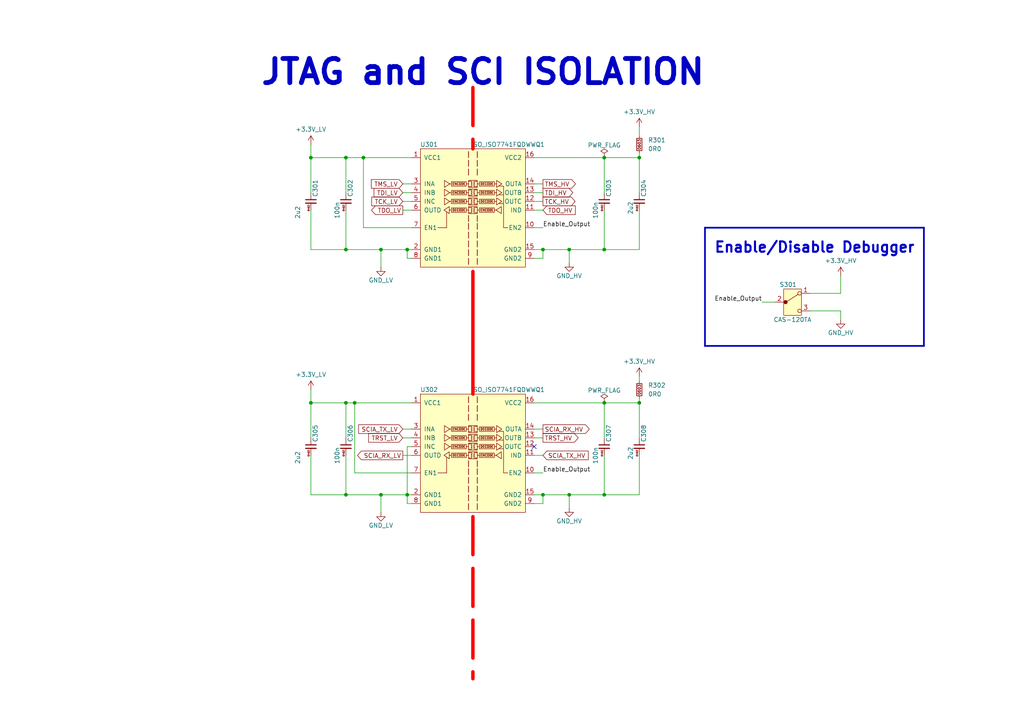
<source format=kicad_sch>
(kicad_sch (version 20231120) (generator "eeschema") (generator_version "8.0")
  (paper "A4")
  (title_block (title "LCB-CCB-01: Control Board - Debugger XDS100  / JTAG") (date "2024-12-12") (rev "1.1.0") (company "PADERBORN UNIVERSITY DEPARTMENT OF POWER ELECTRONICS AND ELECTRICAL DRIVES"))
  (lib_symbols
    (symbol "LEA_SymbolLibrary:+3.3V_HV" (power) (pin_numbers hide) (pin_names (offset 0)) (exclude_from_sim yes)
      (property "Value" "+3.3V_HV" (at 0 5.08 0))
      (symbol "+3.3V_HV_1_1"
        (polyline (pts (xy -0.762 1.27) (xy 0 2.54)))
        (polyline (pts (xy 0 0) (xy 0 2.54)))
        (polyline (pts (xy 0 2.54) (xy 0.762 1.27)))
        (pin power_in line (at 0 0 90) (length 0) hide (name "+3.3V_HV") (number "1"))
      )
    )
    (symbol "LEA_SymbolLibrary:+3.3V_LV" (power) (pin_numbers hide) (pin_names (offset 0)) (exclude_from_sim yes)
      (property "Value" "+3.3V_LV" (at 0 5.08 0))
      (symbol "+3.3V_LV_1_1"
        (polyline (pts (xy -0.762 1.27) (xy 0 2.54)))
        (polyline (pts (xy 0 0) (xy 0 2.54)))
        (polyline (pts (xy 0 2.54) (xy 0.762 1.27)))
        (pin power_in line (at 0 0 90) (length 0) hide (name "+3.3V_LV") (number "1"))
      )
    )
    (symbol "LEA_SymbolLibrary:CAS-120TA" (pin_names hide) (exclude_from_sim yes)
      (property "Reference" "S" (at 0 5.08 0))
      (symbol "CAS-120TA_1_1"
        (circle (center -2.032 0) (radius 0.508) (fill (type outline)))
        (polyline (pts (xy -1.524 0.254) (xy 1.651 2.286)))
        (circle (center 2.032 -2.54) (radius 0.508))
        (circle (center 2.032 2.54) (radius 0.508))
        (rectangle (start 2.54 -3.81) (end -2.54 3.81) (fill (type background)))
        (pin passive line (at 5.08 2.54 180) (length 2.54) (name "1") (number "1"))
        (pin passive line (at -5.08 0 0) (length 2.54) (name "2") (number "2"))
        (pin passive line (at 5.08 -2.54 180) (length 2.54) (name "3") (number "3"))
      )
    )
    (symbol "LEA_SymbolLibrary:C_0402_100n_X7R_10P__50V" (pin_numbers hide) (pin_names (offset 0.254) hide) (exclude_from_sim yes)
      (property "Reference" "C" (at 0.762 0.508 0))
      (property "Value" "100n" (at 0.762 -1.016 0))
      (symbol "C_0402_100n_X7R_10P__50V_0_0"
        (text "0402" (at -0.635 -1.905 900) (effects (font (size 0.5 0.5))))
      )
      (symbol "C_0402_100n_X7R_10P__50V_0_1"
        (polyline (pts (xy -1.524 -0.508) (xy 1.524 -0.508)) (stroke (width 0.3302)))
        (polyline (pts (xy -1.524 0.508) (xy 1.524 0.508)) (stroke (width 0.3048)))
      )
      (symbol "C_0402_100n_X7R_10P__50V_1_1"
        (pin passive line (at 0 2.54 270) (length 2.032) (name "1") (number "1"))
        (pin passive line (at 0 -2.54 90) (length 2.032) (name "2") (number "2"))
      )
    )
    (symbol "LEA_SymbolLibrary:C_0402__2u2_X5R_10P__35V" (pin_numbers hide) (pin_names (offset 0.254) hide) (exclude_from_sim yes)
      (property "Reference" "C" (at 0.762 0.508 0))
      (property "Value" "2u2" (at 0.762 -1.016 0))
      (symbol "C_0402__2u2_X5R_10P__35V_0_0"
        (text "0402" (at -0.635 -1.905 900) (effects (font (size 0.5 0.5))))
      )
      (symbol "C_0402__2u2_X5R_10P__35V_0_1"
        (polyline (pts (xy -1.524 -0.508) (xy 1.524 -0.508)) (stroke (width 0.3302)))
        (polyline (pts (xy -1.524 0.508) (xy 1.524 0.508)) (stroke (width 0.3048)))
      )
      (symbol "C_0402__2u2_X5R_10P__35V_1_1"
        (pin passive line (at 0 2.54 270) (length 2.032) (name "1") (number "1"))
        (pin passive line (at 0 -2.54 90) (length 2.032) (name "2") (number "2"))
      )
    )
    (symbol "LEA_SymbolLibrary:GND_HV" (power) (pin_numbers hide) (pin_names (offset 0)) (exclude_from_sim yes)
      (property "Value" "GND_HV" (at 0 -3.81 0))
      (symbol "GND_HV_1_1"
        (polyline (pts (xy 0 0) (xy 0 -1.27) (xy 1.27 -1.27) (xy 0 -2.54) (xy -1.27 -1.27) (xy 0 -1.27)))
        (pin power_in line (at 0 0 90) (length 0) hide (name "GND_HV") (number "1"))
      )
    )
    (symbol "LEA_SymbolLibrary:GND_LV" (power) (pin_numbers hide) (pin_names (offset 0)) (exclude_from_sim yes)
      (property "Value" "GND_LV" (at 0 -5.08 0))
      (symbol "GND_LV_1_1"
        (polyline (pts (xy 0 0) (xy 0 -1.27) (xy 1.27 -1.27) (xy 0 -2.54) (xy -1.27 -1.27) (xy 0 -1.27)))
        (pin power_in line (at 0 0 90) (length 0) hide (name "GND_LV") (number "1"))
      )
    )
    (symbol "LEA_SymbolLibrary:ISO_ISO7741FQDWWQ1" (pin_names (offset 1.016)) (exclude_from_sim yes)
      (property "Reference" "IC" (at -14.224 15.24 0))
      (property "Value" "ISO_ISO7741FQDWWQ1" (at -6.858 -21.844 0))
      (symbol "ISO_ISO7741FQDWWQ1_0_1"
        (rectangle (start -15.24 13.97) (end 15.24 -20.32) (fill (type background)))
        (rectangle (start -10.16 -8.89) (end -7.62 -8.89))
        (rectangle (start -7.62 -8.89) (end -7.62 -5.08))
        (rectangle (start -7.62 -5.08) (end -7.62 -4.318))
        (polyline (pts (xy 10.16 -8.89) (xy 8.89 -8.89) (xy 8.89 -1.905) (xy 7.62 -1.905) (xy 8.89 -1.905) (xy 8.89 0.635) (xy 7.62 0.635) (xy 8.89 0.635) (xy 8.89 3.175) (xy 7.62 3.175)))
      )
      (symbol "ISO_ISO7741FQDWWQ1_1_1"
        (rectangle (start -1.905 -3.1496) (end -6.223 -4.4196))
        (rectangle (start -1.905 -0.635) (end -6.223 -1.905))
        (rectangle (start -1.905 1.905) (end -6.223 0.635))
        (rectangle (start -1.905 4.445) (end -6.223 3.175))
        (rectangle (start -1.27 -0.254) (end 1.27 -2.286))
        (rectangle (start -1.27 2.286) (end 1.27 0.254))
        (rectangle (start -1.27 4.826) (end 1.27 2.794))
        (arc (start -0.508 -4.5466) (mid -0.2551 -4.2926) (end -0.508 -4.0386))
        (arc (start -0.508 -4.0386) (mid -0.2551 -3.7846) (end -0.508 -3.5306))
        (arc (start -0.508 -3.5306) (mid -0.2551 -3.2766) (end -0.508 -3.0226))
        (arc (start -0.508 -2.032) (mid -0.2551 -1.778) (end -0.508 -1.524))
        (arc (start -0.508 -1.524) (mid -0.2551 -1.27) (end -0.508 -1.016))
        (arc (start -0.508 -1.016) (mid -0.2551 -0.762) (end -0.508 -0.508))
        (arc (start -0.508 0.508) (mid -0.2551 0.762) (end -0.508 1.016))
        (arc (start -0.508 1.016) (mid -0.2551 1.27) (end -0.508 1.524))
        (arc (start -0.508 1.524) (mid -0.2551 1.778) (end -0.508 2.032))
        (arc (start -0.508 3.048) (mid -0.2551 3.302) (end -0.508 3.556))
        (arc (start -0.508 3.556) (mid -0.2551 3.81) (end -0.508 4.064))
        (arc (start -0.508 4.064) (mid -0.2551 4.318) (end -0.508 4.572))
        (polyline (pts (xy -6.223 -3.7846) (xy -6.858 -3.7846)))
        (polyline (pts (xy -6.223 -1.27) (xy -6.858 -1.27)))
        (polyline (pts (xy -6.223 1.27) (xy -6.858 1.27)))
        (polyline (pts (xy -6.223 3.81) (xy -6.858 3.81)))
        (polyline (pts (xy -1.905 -3.7846) (xy -1.27 -3.7846)))
        (polyline (pts (xy -1.905 -1.27) (xy -1.27 -1.27)))
        (polyline (pts (xy -1.905 1.27) (xy -1.27 1.27)))
        (polyline (pts (xy -1.905 3.81) (xy -1.27 3.81)))
        (polyline (pts (xy -1.27 -4.5466) (xy -0.508 -4.5466)))
        (polyline (pts (xy -1.27 -3.0226) (xy -0.508 -3.0226)))
        (polyline (pts (xy -1.27 -2.032) (xy -0.508 -2.032)))
        (polyline (pts (xy -1.27 -0.508) (xy -0.508 -0.508)))
        (polyline (pts (xy -1.27 0.508) (xy -0.508 0.508)))
        (polyline (pts (xy -1.27 2.032) (xy -0.508 2.032)))
        (polyline (pts (xy -1.27 3.048) (xy -0.508 3.048)))
        (polyline (pts (xy -1.27 4.572) (xy -0.508 4.572)))
        (polyline (pts (xy 0 -22.098) (xy 0 -22.098)) (stroke (width 0.4064)))
        (polyline (pts (xy 0 -18.288) (xy 0 -18.288)) (stroke (width 0.1016)))
        (polyline (pts (xy 0 -17.018) (xy 0 -17.018)) (stroke (width 0.4064)))
        (polyline (pts (xy 0 -13.208) (xy 0 -13.208)) (stroke (width 0.1016)))
        (polyline (pts (xy 0 -11.938) (xy 0 -11.938)) (stroke (width 0.4064)))
        (polyline (pts (xy 0 -8.128) (xy 0 -8.128)) (stroke (width 0.1016)))
        (polyline (pts (xy 0 -7.112) (xy 0 -7.112)) (stroke (width 0.4064)))
        (polyline (pts (xy 0 -3.302) (xy 0 -3.302)) (stroke (width 0.1016)))
        (polyline (pts (xy 0 3.81) (xy 0 3.81)) (stroke (width 0.4064)))
        (polyline (pts (xy 0 7.62) (xy 0 7.62)) (stroke (width 0.1016)))
        (polyline (pts (xy 0 8.89) (xy 0 8.89)) (stroke (width 0.4064)))
        (polyline (pts (xy 0 12.7) (xy 0 12.7)) (stroke (width 0.1016)))
        (polyline (pts (xy 1.27 -4.5466) (xy 0.508 -4.5466)))
        (polyline (pts (xy 1.27 -3.0226) (xy 0.508 -3.0226)))
        (polyline (pts (xy 1.27 -2.032) (xy 0.508 -2.032)))
        (polyline (pts (xy 1.27 -0.508) (xy 0.508 -0.508)))
        (polyline (pts (xy 1.27 0.508) (xy 0.508 0.508)))
        (polyline (pts (xy 1.27 2.032) (xy 0.508 2.032)))
        (polyline (pts (xy 1.27 3.048) (xy 0.508 3.048)))
        (polyline (pts (xy 1.27 4.572) (xy 0.508 4.572)))
        (polyline (pts (xy 1.905 -3.7846) (xy 1.27 -3.7846)))
        (polyline (pts (xy 1.905 -1.27) (xy 1.27 -1.27)))
        (polyline (pts (xy 1.905 1.27) (xy 1.27 1.27)))
        (polyline (pts (xy 1.905 3.81) (xy 1.27 3.81)))
        (polyline (pts (xy 6.223 -3.7846) (xy 6.858 -3.7846)))
        (polyline (pts (xy 6.223 -1.27) (xy 6.858 -1.27)))
        (polyline (pts (xy 6.223 1.27) (xy 6.858 1.27)))
        (polyline (pts (xy 6.223 3.81) (xy 6.858 3.81)))
        (polyline (pts (xy -1.27 -17.78) (xy -1.27 -19.304) (xy -1.27 -19.558)) (stroke (width 0.2032)))
        (polyline (pts (xy -1.27 -15.24) (xy -1.27 -16.764) (xy -1.27 -17.018)) (stroke (width 0.2032)))
        (polyline (pts (xy -1.27 -12.7) (xy -1.27 -14.224) (xy -1.27 -14.478)) (stroke (width 0.2032)))
        (polyline (pts (xy -1.27 -10.16) (xy -1.27 -11.684) (xy -1.27 -11.938)) (stroke (width 0.2032)))
        (polyline (pts (xy -1.27 -7.62) (xy -1.27 -9.144) (xy -1.27 -9.398)) (stroke (width 0.2032)))
        (polyline (pts (xy -1.27 -5.334) (xy -1.27 -6.858) (xy -1.27 -7.112)) (stroke (width 0.2032)))
        (polyline (pts (xy -1.27 8.128) (xy -1.27 6.604) (xy -1.27 6.35)) (stroke (width 0.2032)))
        (polyline (pts (xy -1.27 10.668) (xy -1.27 9.144) (xy -1.27 8.89)) (stroke (width 0.2032)))
        (polyline (pts (xy -1.27 13.208) (xy -1.27 11.684) (xy -1.27 11.43)) (stroke (width 0.2032)))
        (polyline (pts (xy 1.27 -17.78) (xy 1.27 -19.304) (xy 1.27 -19.558)) (stroke (width 0.2032)))
        (polyline (pts (xy 1.27 -15.24) (xy 1.27 -16.764) (xy 1.27 -17.018)) (stroke (width 0.2032)))
        (polyline (pts (xy 1.27 -12.7) (xy 1.27 -14.224) (xy 1.27 -14.478)) (stroke (width 0.2032)))
        (polyline (pts (xy 1.27 -10.16) (xy 1.27 -11.684) (xy 1.27 -11.938)) (stroke (width 0.2032)))
        (polyline (pts (xy 1.27 -7.62) (xy 1.27 -9.144) (xy 1.27 -9.398)) (stroke (width 0.2032)))
        (polyline (pts (xy 1.27 -5.334) (xy 1.27 -6.858) (xy 1.27 -7.112)) (stroke (width 0.2032)))
        (polyline (pts (xy 1.27 8.128) (xy 1.27 6.604) (xy 1.27 6.35)) (stroke (width 0.2032)))
        (polyline (pts (xy 1.27 10.668) (xy 1.27 9.144) (xy 1.27 8.89)) (stroke (width 0.2032)))
        (polyline (pts (xy 1.27 13.208) (xy 1.27 11.684) (xy 1.27 11.43)) (stroke (width 0.2032)))
        (polyline (pts (xy -8.382 -3.7846) (xy -6.858 -2.7686) (xy -6.858 -4.8006) (xy -8.382 -3.7846)))
        (polyline (pts (xy -6.731 -1.27) (xy -8.255 -0.254) (xy -8.255 -2.286) (xy -6.731 -1.27)))
        (polyline (pts (xy -6.731 1.27) (xy -8.255 2.286) (xy -8.255 0.254) (xy -6.731 1.27)))
        (polyline (pts (xy -6.731 3.81) (xy -8.255 4.826) (xy -8.255 2.794) (xy -6.731 3.81)))
        (polyline (pts (xy 6.731 -3.7846) (xy 8.255 -2.7686) (xy 8.255 -4.8006) (xy 6.731 -3.7846)))
        (polyline (pts (xy 8.382 -1.27) (xy 6.858 -0.254) (xy 6.858 -2.286) (xy 8.382 -1.27)))
        (polyline (pts (xy 8.382 1.27) (xy 6.858 2.286) (xy 6.858 0.254) (xy 8.382 1.27)))
        (polyline (pts (xy 8.382 3.81) (xy 6.858 4.826) (xy 6.858 2.794) (xy 8.382 3.81)))
        (arc (start 0.508 -4.0386) (mid 0.2551 -4.2926) (end 0.508 -4.5466))
        (arc (start 0.508 -3.5306) (mid 0.2551 -3.7846) (end 0.508 -4.0386))
        (arc (start 0.508 -3.0226) (mid 0.2551 -3.2766) (end 0.508 -3.5306))
        (arc (start 0.508 -1.524) (mid 0.2551 -1.778) (end 0.508 -2.032))
        (arc (start 0.508 -1.016) (mid 0.2551 -1.27) (end 0.508 -1.524))
        (arc (start 0.508 -0.508) (mid 0.2551 -0.762) (end 0.508 -1.016))
        (arc (start 0.508 1.016) (mid 0.2551 0.762) (end 0.508 0.508))
        (arc (start 0.508 1.524) (mid 0.2551 1.27) (end 0.508 1.016))
        (arc (start 0.508 2.032) (mid 0.2551 1.778) (end 0.508 1.524))
        (arc (start 0.508 3.556) (mid 0.2551 3.302) (end 0.508 3.048))
        (arc (start 0.508 4.064) (mid 0.2551 3.81) (end 0.508 3.556))
        (arc (start 0.508 4.572) (mid 0.2551 4.318) (end 0.508 4.064))
        (rectangle (start 1.27 -2.7686) (end -1.27 -4.8006))
        (rectangle (start 1.905 -3.1496) (end 6.223 -4.4196))
        (rectangle (start 1.905 -0.635) (end 6.223 -1.905))
        (rectangle (start 1.905 1.905) (end 6.223 0.635))
        (rectangle (start 1.905 4.445) (end 6.223 3.175))
        (text "DECODE" (at -4.064 -3.7846 0) (effects (font (size 0.635 0.635))))
        (text "DECODE" (at 4.064 -1.27 0) (effects (font (size 0.635 0.635))))
        (text "DECODE" (at 4.064 1.27 0) (effects (font (size 0.635 0.635))))
        (text "DECODE" (at 4.064 3.81 0) (effects (font (size 0.635 0.635))))
        (text "ENCODE" (at -4.064 -1.27 0) (effects (font (size 0.635 0.635))))
        (text "ENCODE" (at -4.064 1.27 0) (effects (font (size 0.635 0.635))))
        (text "ENCODE" (at -4.064 3.81 0) (effects (font (size 0.635 0.635))))
        (text "ENCODE" (at 4.064 -3.7846 0) (effects (font (size 0.635 0.635))))
        (pin power_in line (at -17.78 11.43 0) (length 2.54) (name "VCC1") (number "1"))
        (pin passive line (at 17.78 -8.89 180) (length 2.54) (name "EN2") (number "10"))
        (pin input line (at 17.78 -3.81 180) (length 2.54) (name "IND") (number "11"))
        (pin output line (at 17.78 -1.27 180) (length 2.54) (name "OUTC") (number "12"))
        (pin output line (at 17.78 1.27 180) (length 2.54) (name "OUTB") (number "13"))
        (pin output line (at 17.78 3.81 180) (length 2.54) (name "OUTA") (number "14"))
        (pin power_in line (at 17.78 -15.24 180) (length 2.54) (name "GND2") (number "15"))
        (pin power_in line (at 17.78 11.43 180) (length 2.54) (name "VCC2") (number "16"))
        (pin power_in line (at -17.78 -15.24 0) (length 2.54) (name "GND1") (number "2"))
        (pin input line (at -17.78 3.81 0) (length 2.54) (name "INA") (number "3"))
        (pin input line (at -17.78 1.27 0) (length 2.54) (name "INB") (number "4"))
        (pin input line (at -17.78 -1.27 0) (length 2.54) (name "INC") (number "5"))
        (pin output line (at -17.78 -3.81 0) (length 2.54) (name "OUTD") (number "6"))
        (pin passive line (at -17.78 -8.89 0) (length 2.54) (name "EN1") (number "7"))
        (pin power_in line (at -17.78 -17.78 0) (length 2.54) (name "GND1") (number "8"))
        (pin power_in line (at 17.78 -17.78 180) (length 2.54) (name "GND2") (number "9"))
      )
    )
    (symbol "LEA_SymbolLibrary:R_0603__0R0_THICK__1P__75V" (pin_numbers hide) (pin_names (offset 0.254) hide) (exclude_from_sim yes)
      (property "Reference" "R" (at 0.762 0.508 0))
      (property "Value" "0R0" (at 0.762 -1.016 0))
      (symbol "R_0603__0R0_THICK__1P__75V_0_0"
        (text "0603" (at 0 0 900) (effects (font (size 0.8 0.8))))
      )
      (symbol "R_0603__0R0_THICK__1P__75V_0_1"
        (rectangle (start -0.762 1.778) (end 0.762 -1.778) (stroke (width 0.2032)))
      )
      (symbol "R_0603__0R0_THICK__1P__75V_1_1"
        (pin passive line (at 0 2.54 270) (length 0.762) (name "~") (number "1"))
        (pin passive line (at 0 -2.54 90) (length 0.762) (name "~") (number "2"))
      )
    )
    (symbol "power:PWR_FLAG" (power) (pin_numbers hide) (pin_names (offset 0) hide)
      (property "Value" "PWR_FLAG" (at 0 3.81 0))
      (symbol "PWR_FLAG_0_0"
        (pin power_out line (at 0 0 90) (length 0) (name "~") (number "1"))
      )
      (symbol "PWR_FLAG_0_1"
        (polyline (pts (xy 0 0) (xy 0 1.27) (xy -1.016 1.905) (xy 0 2.54) (xy 1.016 1.905) (xy 0 1.27)))
      )
    )
  )
  (junction (at 102.87 116.84))
  (junction (at 175.26 72.39))
  (junction (at 90.17 116.84))
  (junction (at 100.33 45.72))
  (junction (at 100.33 143.51))
  (junction (at 157.48 72.39))
  (junction (at 105.41 45.72))
  (junction (at 110.49 143.51))
  (junction (at 110.49 72.39))
  (junction (at 175.26 116.84))
  (junction (at 157.48 143.51))
  (junction (at 90.17 45.72))
  (junction (at 100.33 72.39))
  (junction (at 100.33 116.84))
  (junction (at 185.42 116.84))
  (junction (at 118.11 143.51))
  (junction (at 118.11 72.39))
  (junction (at 175.26 143.51))
  (junction (at 165.1 72.39))
  (junction (at 185.42 45.72))
  (junction (at 175.26 45.72))
  (junction (at 165.1 143.51))
  (no_connect (at 154.94 129.54))
  (wire (pts (xy 157.48 72.39) (xy 165.1 72.39)))
  (wire (pts (xy 154.94 53.34) (xy 157.48 53.34)))
  (wire (pts (xy 175.26 132.08) (xy 175.26 143.51)))
  (wire (pts (xy 165.1 72.39) (xy 175.26 72.39)))
  (wire (pts (xy 119.38 129.54) (xy 118.11 129.54)))
  (wire (pts (xy 175.26 116.84) (xy 185.42 116.84)))
  (wire (pts (xy 116.84 53.34) (xy 119.38 53.34)))
  (wire (pts (xy 154.94 66.04) (xy 157.48 66.04)))
  (wire (pts (xy 154.94 137.16) (xy 157.48 137.16)))
  (wire (pts (xy 90.17 55.88) (xy 90.17 45.72)))
  (wire (pts (xy 185.42 132.08) (xy 185.42 143.51)))
  (wire (pts (xy 102.87 137.16) (xy 102.87 116.84)))
  (wire (pts (xy 100.33 116.84) (xy 102.87 116.84)))
  (wire (pts (xy 119.38 146.05) (xy 118.11 146.05)))
  (wire (pts (xy 154.94 58.42) (xy 157.48 58.42)))
  (wire (pts (xy 154.94 74.93) (xy 157.48 74.93)))
  (wire (pts (xy 154.94 60.96) (xy 157.48 60.96)))
  (wire (pts (xy 90.17 113.03) (xy 90.17 116.84)))
  (wire (pts (xy 90.17 45.72) (xy 100.33 45.72)))
  (wire (pts (xy 165.1 143.51) (xy 175.26 143.51)))
  (wire (pts (xy 154.94 116.84) (xy 175.26 116.84)))
  (wire (pts (xy 165.1 76.2) (xy 165.1 72.39)))
  (wire (pts (xy 154.94 132.08) (xy 157.48 132.08)))
  (wire (pts (xy 116.84 132.08) (xy 119.38 132.08)))
  (wire (pts (xy 116.84 60.96) (xy 119.38 60.96)))
  (wire (pts (xy 154.94 72.39) (xy 157.48 72.39)))
  (wire (pts (xy 157.48 143.51) (xy 165.1 143.51)))
  (polyline (pts (xy 137.16 78.74) (xy 137.16 114.3)) (stroke (width 1) (color 255 0 0 1)))
  (polyline (pts (xy 137.16 149.86) (xy 137.16 196.85)) (stroke (width 1) (type dash) (color 255 0 0 1)))
  (wire (pts (xy 105.41 66.04) (xy 105.41 45.72)))
  (wire (pts (xy 110.49 143.51) (xy 110.49 148.59)))
  (wire (pts (xy 154.94 45.72) (xy 175.26 45.72)))
  (wire (pts (xy 185.42 55.88) (xy 185.42 45.72)))
  (wire (pts (xy 102.87 116.84) (xy 119.38 116.84)))
  (wire (pts (xy 118.11 129.54) (xy 118.11 143.51)))
  (wire (pts (xy 90.17 60.96) (xy 90.17 72.39)))
  (wire (pts (xy 100.33 72.39) (xy 110.49 72.39)))
  (wire (pts (xy 175.26 60.96) (xy 175.26 72.39)))
  (wire (pts (xy 105.41 45.72) (xy 119.38 45.72)))
  (wire (pts (xy 118.11 74.93) (xy 118.11 72.39)))
  (wire (pts (xy 100.33 116.84) (xy 100.33 127)))
  (wire (pts (xy 243.84 90.17) (xy 234.95 90.17)))
  (wire (pts (xy 90.17 143.51) (xy 100.33 143.51)))
  (wire (pts (xy 116.84 55.88) (xy 119.38 55.88)))
  (wire (pts (xy 116.84 124.46) (xy 119.38 124.46)))
  (wire (pts (xy 100.33 45.72) (xy 105.41 45.72)))
  (wire (pts (xy 157.48 146.05) (xy 157.48 143.51)))
  (polyline (pts (xy 204.47 100.33) (xy 267.97 100.33)) (stroke (width 0.5)))
  (wire (pts (xy 110.49 143.51) (xy 118.11 143.51)))
  (wire (pts (xy 175.26 72.39) (xy 185.42 72.39)))
  (wire (pts (xy 90.17 127) (xy 90.17 116.84)))
  (wire (pts (xy 185.42 127) (xy 185.42 116.84)))
  (wire (pts (xy 100.33 45.72) (xy 100.33 55.88)))
  (wire (pts (xy 165.1 147.32) (xy 165.1 143.51)))
  (wire (pts (xy 119.38 74.93) (xy 118.11 74.93)))
  (wire (pts (xy 243.84 85.09) (xy 243.84 80.01)))
  (wire (pts (xy 175.26 55.88) (xy 175.26 45.72)))
  (polyline (pts (xy 267.97 66.04) (xy 267.97 100.33)) (stroke (width 0.5)))
  (polyline (pts (xy 204.47 66.04) (xy 204.47 100.33)) (stroke (width 0.5)))
  (polyline (pts (xy 204.47 66.04) (xy 267.97 66.04)) (stroke (width 0.5)))
  (wire (pts (xy 185.42 110.49) (xy 185.42 109.22)))
  (wire (pts (xy 102.87 137.16) (xy 119.38 137.16)))
  (wire (pts (xy 234.95 85.09) (xy 243.84 85.09)))
  (wire (pts (xy 118.11 143.51) (xy 119.38 143.51)))
  (wire (pts (xy 154.94 55.88) (xy 157.48 55.88)))
  (wire (pts (xy 154.94 124.46) (xy 157.48 124.46)))
  (wire (pts (xy 157.48 74.93) (xy 157.48 72.39)))
  (wire (pts (xy 185.42 116.84) (xy 185.42 115.57)))
  (wire (pts (xy 243.84 92.71) (xy 243.84 90.17)))
  (wire (pts (xy 118.11 146.05) (xy 118.11 143.51)))
  (wire (pts (xy 119.38 58.42) (xy 116.84 58.42)))
  (wire (pts (xy 110.49 72.39) (xy 110.49 77.47)))
  (wire (pts (xy 90.17 116.84) (xy 100.33 116.84)))
  (wire (pts (xy 100.33 132.08) (xy 100.33 143.51)))
  (wire (pts (xy 185.42 44.45) (xy 185.42 45.72)))
  (wire (pts (xy 175.26 143.51) (xy 185.42 143.51)))
  (wire (pts (xy 100.33 60.96) (xy 100.33 72.39)))
  (polyline (pts (xy 137.16 25.4) (xy 137.16 43.18)) (stroke (width 1) (type dash) (color 255 0 0 1)))
  (wire (pts (xy 116.84 127) (xy 119.38 127)))
  (wire (pts (xy 154.94 146.05) (xy 157.48 146.05)))
  (wire (pts (xy 154.94 127) (xy 157.48 127)))
  (wire (pts (xy 90.17 41.91) (xy 90.17 45.72)))
  (wire (pts (xy 105.41 66.04) (xy 119.38 66.04)))
  (wire (pts (xy 220.98 87.63) (xy 224.79 87.63)))
  (wire (pts (xy 175.26 127) (xy 175.26 116.84)))
  (wire (pts (xy 90.17 72.39) (xy 100.33 72.39)))
  (wire (pts (xy 118.11 72.39) (xy 119.38 72.39)))
  (wire (pts (xy 100.33 143.51) (xy 110.49 143.51)))
  (wire (pts (xy 185.42 60.96) (xy 185.42 72.39)))
  (wire (pts (xy 185.42 39.37) (xy 185.42 36.83)))
  (wire (pts (xy 110.49 72.39) (xy 118.11 72.39)))
  (wire (pts (xy 154.94 143.51) (xy 157.48 143.51)))
  (wire (pts (xy 90.17 132.08) (xy 90.17 143.51)))
  (wire (pts (xy 175.26 45.72) (xy 185.42 45.72)))
  (text "JTAG and SCI ISOLATION" (at 204.978 25.146 0) (effects (font (size 7 7) (bold yes)) (justify right bottom)))
  (text "Enable/Disable Debugger" (at 207.01 73.66 0) (effects (font (size 3 3) (thickness 0.6) (bold yes)) (justify left bottom)))
  (label "Enable_Output" (at 157.48 66.04 0))
  (label "Enable_Output" (at 157.48 137.16 0))
  (label "Enable_Output" (at 220.98 87.63 180))
  (global_label "TCK_LV" (shape input) (at 116.84 58.42 180) (property "Intersheetrefs" "${INTERSHEET_REFS}" (effects (hide yes))))
  (global_label "SCIA_TX_HV" (shape input) (at 157.48 132.08 0) (property "Intersheetrefs" "${INTERSHEET_REFS}" (effects (hide yes))))
  (global_label "SCIA_RX_HV" (shape output) (at 157.48 124.46 0) (property "Intersheetrefs" "${INTERSHEET_REFS}" (effects (hide yes))))
  (global_label "TMS_HV" (shape output) (at 157.48 53.34 0) (property "Intersheetrefs" "${INTERSHEET_REFS}" (effects (hide yes))))
  (global_label "TRST_LV" (shape input) (at 116.84 127 180) (property "Intersheetrefs" "${INTERSHEET_REFS}" (effects (hide yes))))
  (global_label "SCIA_TX_LV" (shape input) (at 116.84 124.46 180) (property "Intersheetrefs" "${INTERSHEET_REFS}" (effects (hide yes))))
  (global_label "TDO_LV" (shape output) (at 116.84 60.96 180) (property "Intersheetrefs" "${INTERSHEET_REFS}" (effects (hide yes))))
  (global_label "TDO_HV" (shape input) (at 157.48 60.96 0) (property "Intersheetrefs" "${INTERSHEET_REFS}" (effects (hide yes))))
  (global_label "SCIA_RX_LV" (shape output) (at 116.84 132.08 180) (property "Intersheetrefs" "${INTERSHEET_REFS}" (effects (hide yes))))
  (global_label "TDI_HV" (shape output) (at 157.48 55.88 0) (property "Intersheetrefs" "${INTERSHEET_REFS}" (effects (hide yes))))
  (global_label "TDI_LV" (shape input) (at 116.84 55.88 180) (property "Intersheetrefs" "${INTERSHEET_REFS}" (effects (hide yes))))
  (global_label "TMS_LV" (shape input) (at 116.84 53.34 180) (property "Intersheetrefs" "${INTERSHEET_REFS}" (effects (hide yes))))
  (global_label "TRST_HV" (shape output) (at 157.48 127 0) (property "Intersheetrefs" "${INTERSHEET_REFS}" (effects (hide yes))))
  (global_label "TCK_HV" (shape output) (at 157.48 58.42 0) (property "Intersheetrefs" "${INTERSHEET_REFS}" (effects (hide yes))))
  (symbol (lib_id "LEA_SymbolLibrary:+3.3V_HV") (at 185.42 109.22 0) (unit 1)
    (property "Reference" "#PWR0308" (effects (hide yes)))
    (property "Value" "+3.3V_HV" (at 185.42 104.8258 0))
    (property "Description" "Power symbol creates a global label with name \"+3.3V_HV\"" (effects (hide yes)))
  )
  (symbol (lib_id "LEA_SymbolLibrary:GND_HV") (at 165.1 147.32 0) (unit 1)
    (property "Reference" "#PWR0309" (effects (hide yes)))
    (property "Value" "GND_HV" (at 165.1 151.13 0))
    (property "Description" "Power symbol creates a global label with name \"GND_HV\" , ground" (effects (hide yes)))
  )
  (symbol (lib_id "LEA_SymbolLibrary:+3.3V_LV") (at 90.17 113.03 0) (unit 1)
    (property "Reference" "#PWR0307" (effects (hide yes)))
    (property "Value" "+3.3V_LV" (at 90.17 108.6358 0))
    (property "Description" "Power symbol creates a global label with name \"+3.3V_LV\"" (effects (hide yes)))
  )
  (symbol (lib_id "LEA_SymbolLibrary:GND_LV") (at 110.49 148.59 0) (unit 1)
    (property "Reference" "#PWR0310" (effects (hide yes)))
    (property "Value" "GND_LV" (at 110.49 152.4 0))
    (property "Description" "Power symbol creates a global label with name \"GND_LV\" , ground" (effects (hide yes)))
  )
  (symbol (lib_id "LEA_SymbolLibrary:C_0402__2u2_X5R_10P__35V") (at 90.17 129.54 0) (unit 1)
    (property "Reference" "C305" (at 91.44 128.27 90) (effects (justify left)))
    (property "Value" "2u2" (at 86.36 134.62 90) (effects (justify left)))
    (property "Footprint" "LEA_FootprintLibrary:C_0402" (effects (hide yes)))
    (property "Description" "Capacitor 0402" (effects (hide yes)))
    (property "Manufacturer" "TDK" (effects (hide yes)))
    (property "manf#" "C1005X5R1V225K" (effects (hide yes)))
    (property "mouser#" "810-C1005X5R1V225K" (effects (hide yes)))
  )
  (symbol (lib_id "LEA_SymbolLibrary:C_0402__2u2_X5R_10P__35V") (at 185.42 129.54 0) (unit 1)
    (property "Reference" "C308" (at 186.69 128.27 90) (effects (justify left)))
    (property "Value" "2u2" (at 182.88 133.35 90) (effects (justify left)))
    (property "Footprint" "LEA_FootprintLibrary:C_0402" (effects (hide yes)))
    (property "Description" "Capacitor 0402" (effects (hide yes)))
    (property "Manufacturer" "TDK" (effects (hide yes)))
    (property "manf#" "C1005X5R1V225K" (effects (hide yes)))
    (property "mouser#" "810-C1005X5R1V225K" (effects (hide yes)))
  )
  (symbol (lib_id "LEA_SymbolLibrary:C_0402_100n_X7R_10P__50V") (at 100.33 129.54 0) (unit 1)
    (property "Reference" "C306" (at 101.6 128.27 90) (effects (justify left)))
    (property "Value" "100n" (at 97.79 134.62 90) (effects (justify left)))
    (property "Footprint" "LEA_FootprintLibrary:C_0402" (effects (hide yes)))
    (property "Description" "Capacitor 0402" (effects (hide yes)))
    (property "Manufacturer" "TDK" (effects (hide yes)))
    (property "manf#" "C1005X7R1H104K" (effects (hide yes)))
    (property "mouser#" "810-C1005X7R1H104K" (effects (hide yes)))
  )
  (symbol (lib_id "LEA_SymbolLibrary:C_0402_100n_X7R_10P__50V") (at 175.26 129.54 0) (unit 1)
    (property "Reference" "C307" (at 176.53 128.27 90) (effects (justify left)))
    (property "Value" "100n" (at 172.72 134.62 90) (effects (justify left)))
    (property "Footprint" "LEA_FootprintLibrary:C_0402" (effects (hide yes)))
    (property "Description" "Capacitor 0402" (effects (hide yes)))
    (property "Manufacturer" "TDK" (effects (hide yes)))
    (property "manf#" "C1005X7R1H104K" (effects (hide yes)))
    (property "mouser#" "810-C1005X7R1H104K" (effects (hide yes)))
  )
  (symbol (lib_id "LEA_SymbolLibrary:+3.3V_HV") (at 185.42 36.83 0) (unit 1)
    (property "Reference" "#PWR0302" (effects (hide yes)))
    (property "Value" "+3.3V_HV" (at 185.42 32.4358 0))
    (property "Description" "Power symbol creates a global label with name \"+3.3V_HV\"" (effects (hide yes)))
  )
  (symbol (lib_id "LEA_SymbolLibrary:GND_HV") (at 165.1 76.2 0) (unit 1)
    (property "Reference" "#PWR0303" (effects (hide yes)))
    (property "Value" "GND_HV" (at 165.1 80.01 0))
    (property "Description" "Power symbol creates a global label with name \"GND_HV\" , ground" (effects (hide yes)))
  )
  (symbol (lib_id "LEA_SymbolLibrary:+3.3V_LV") (at 90.17 41.91 0) (unit 1)
    (property "Reference" "#PWR0301" (effects (hide yes)))
    (property "Value" "+3.3V_LV" (at 90.17 37.5158 0))
    (property "Description" "Power symbol creates a global label with name \"+3.3V_LV\"" (effects (hide yes)))
  )
  (symbol (lib_id "LEA_SymbolLibrary:GND_LV") (at 110.49 77.47 0) (unit 1)
    (property "Reference" "#PWR0304" (effects (hide yes)))
    (property "Value" "GND_LV" (at 110.49 81.28 0))
    (property "Description" "Power symbol creates a global label with name \"GND_LV\" , ground" (effects (hide yes)))
  )
  (symbol (lib_id "LEA_SymbolLibrary:C_0402__2u2_X5R_10P__35V") (at 90.17 58.42 0) (unit 1)
    (property "Reference" "C301" (at 91.44 57.15 90) (effects (justify left)))
    (property "Value" "2u2" (at 86.36 63.5 90) (effects (justify left)))
    (property "Footprint" "LEA_FootprintLibrary:C_0402" (effects (hide yes)))
    (property "Description" "Capacitor 0402" (effects (hide yes)))
    (property "Manufacturer" "TDK" (effects (hide yes)))
    (property "manf#" "C1005X5R1V225K" (effects (hide yes)))
    (property "mouser#" "810-C1005X5R1V225K" (effects (hide yes)))
  )
  (symbol (lib_id "LEA_SymbolLibrary:C_0402__2u2_X5R_10P__35V") (at 185.42 58.42 0) (unit 1)
    (property "Reference" "C304" (at 186.69 57.15 90) (effects (justify left)))
    (property "Value" "2u2" (at 182.88 62.23 90) (effects (justify left)))
    (property "Footprint" "LEA_FootprintLibrary:C_0402" (effects (hide yes)))
    (property "Description" "Capacitor 0402" (effects (hide yes)))
    (property "Manufacturer" "TDK" (effects (hide yes)))
    (property "manf#" "C1005X5R1V225K" (effects (hide yes)))
    (property "mouser#" "810-C1005X5R1V225K" (effects (hide yes)))
  )
  (symbol (lib_id "LEA_SymbolLibrary:C_0402_100n_X7R_10P__50V") (at 100.33 58.42 0) (unit 1)
    (property "Reference" "C302" (at 101.6 57.15 90) (effects (justify left)))
    (property "Value" "100n" (at 97.79 63.5 90) (effects (justify left)))
    (property "Footprint" "LEA_FootprintLibrary:C_0402" (effects (hide yes)))
    (property "Description" "Capacitor 0402" (effects (hide yes)))
    (property "Manufacturer" "TDK" (effects (hide yes)))
    (property "manf#" "C1005X7R1H104K" (effects (hide yes)))
    (property "mouser#" "810-C1005X7R1H104K" (effects (hide yes)))
  )
  (symbol (lib_id "LEA_SymbolLibrary:C_0402_100n_X7R_10P__50V") (at 175.26 58.42 0) (unit 1)
    (property "Reference" "C303" (at 176.53 57.15 90) (effects (justify left)))
    (property "Value" "100n" (at 172.72 63.5 90) (effects (justify left)))
    (property "Footprint" "LEA_FootprintLibrary:C_0402" (effects (hide yes)))
    (property "Description" "Capacitor 0402" (effects (hide yes)))
    (property "Manufacturer" "TDK" (effects (hide yes)))
    (property "manf#" "C1005X7R1H104K" (effects (hide yes)))
    (property "mouser#" "810-C1005X7R1H104K" (effects (hide yes)))
  )
  (symbol (lib_id "power:PWR_FLAG") (at 175.26 116.84 0) (unit 1)
    (property "Reference" "#FLG0902" (effects (hide yes)))
    (property "Value" "PWR_FLAG" (at 175.26 113.2355 0))
    (property "Description" "Special symbol for telling ERC where power comes from" (effects (hide yes)))
  )
  (symbol (lib_id "LEA_SymbolLibrary:ISO_ISO7741FQDWWQ1") (at 137.16 57.15 0) (unit 1)
    (property "Reference" "U301" (at 124.46 41.91 0))
    (property "Value" "ISO_ISO7741FQDWWQ1" (at 147.32 41.91 0))
    (property "Footprint" "LEA_FootprintLibrary:SOIC-16_TI_DWW0016A_Optimized" (effects (hide yes)))
    (property "Datasheet" "https://www.ti.com/lit/ds/symlink/iso7741-q1.pdf?ts=1637972753620&ref_url=https%253A%252F%252Fwww.ti.com%252Fproduct%252FISO7741-Q1" (effects (hide yes)))
    (property "Description" "ISO774x-Q1 Automotive, High-Speed, Reinforced Quad-Channel Digital Isolators" (effects (hide yes)))
    (property "Manufacturer" "Texas Instruments" (effects (hide yes)))
    (property "mouser#" "595-ISO7741FQDWWQ1" (effects (hide yes)))
    (property "manf#" "ISO7741FQDWWQ1" (effects (hide yes)))
  )
  (symbol (lib_id "LEA_SymbolLibrary:R_0603__0R0_THICK__1P__75V") (at 185.42 113.03 0) (unit 1) (exclude_from_sim yes)
    (property "Reference" "R302" (at 187.96 111.7599 0) (effects (justify left)))
    (property "Value" "0R0" (at 187.96 114.2999 0) (effects (justify left)))
    (property "Footprint" "LEA_FootprintLibrary:R_0603" (effects (hide yes)))
    (property "Description" "Resistor 0603" (effects (hide yes)))
    (property "manf#" "CRCW06030000Z0EAC" (effects (hide yes)))
    (property "Manufacturer" "Vishay" (effects (hide yes)))
    (property "mouser#" "71-CRCW06030000Z0EAC" (effects (hide yes)))
  )
  (symbol (lib_id "LEA_SymbolLibrary:ISO_ISO7741FQDWWQ1") (at 137.16 128.27 0) (unit 1)
    (property "Reference" "U302" (at 124.46 113.03 0))
    (property "Value" "ISO_ISO7741FQDWWQ1" (at 147.32 113.03 0))
    (property "Footprint" "LEA_FootprintLibrary:SOIC-16_TI_DWW0016A_Optimized" (effects (hide yes)))
    (property "Datasheet" "https://www.ti.com/lit/ds/symlink/iso7741-q1.pdf?ts=1637972753620&ref_url=https%253A%252F%252Fwww.ti.com%252Fproduct%252FISO7741-Q1" (effects (hide yes)))
    (property "Description" "ISO774x-Q1 Automotive, High-Speed, Reinforced Quad-Channel Digital Isolators" (effects (hide yes)))
    (property "Manufacturer" "Texas Instruments" (effects (hide yes)))
    (property "mouser#" "595-ISO7741FQDWWQ1" (effects (hide yes)))
    (property "manf#" "ISO7741FQDWWQ1" (effects (hide yes)))
  )
  (symbol (lib_id "LEA_SymbolLibrary:+3.3V_HV") (at 243.84 80.01 0) (unit 1)
    (property "Reference" "#PWR0305" (effects (hide yes)))
    (property "Value" "+3.3V_HV" (at 243.84 75.6158 0))
    (property "Description" "Power symbol creates a global label with name \"+3.3V_HV\"" (effects (hide yes)))
  )
  (symbol (lib_id "LEA_SymbolLibrary:GND_HV") (at 243.84 92.71 0) (unit 1)
    (property "Reference" "#PWR0306" (effects (hide yes)))
    (property "Value" "GND_HV" (at 243.84 96.52 0))
    (property "Description" "Power symbol creates a global label with name \"GND_HV\" , ground" (effects (hide yes)))
  )
  (symbol (lib_id "LEA_SymbolLibrary:CAS-120TA") (at 229.87 87.63 0) (unit 1)
    (property "Reference" "S301" (at 228.6 82.55 0))
    (property "Value" "CAS-120TA" (at 229.87 92.71 0))
    (property "Footprint" "LEA_FootprintLibrary:CAS-120TA" (effects (hide yes)))
    (property "Datasheet" "https://www.mouser.de/datasheet/2/972/cas-1628136.pdf" (effects (hide yes)))
    (property "Description" "Slide Switches SPDT, ON-ON, slide, J-hook SMD terminals, 100mA @ 6V DC" (effects (hide yes)))
    (property "Manufacturer" "Nidec" (effects (hide yes)))
    (property "mouser#" "229-CAS-120TA" (effects (hide yes)))
    (property "manf#" "CAS-120TA" (effects (hide yes)))
  )
  (symbol (lib_id "LEA_SymbolLibrary:R_0603__0R0_THICK__1P__75V") (at 185.42 41.91 0) (unit 1) (exclude_from_sim yes)
    (property "Reference" "R301" (at 187.96 40.6399 0) (effects (justify left)))
    (property "Value" "0R0" (at 187.96 43.1799 0) (effects (justify left)))
    (property "Footprint" "LEA_FootprintLibrary:R_0603" (effects (hide yes)))
    (property "Description" "Resistor 0603" (effects (hide yes)))
    (property "manf#" "CRCW06030000Z0EAC" (effects (hide yes)))
    (property "Manufacturer" "Vishay" (effects (hide yes)))
    (property "mouser#" "71-CRCW06030000Z0EAC" (effects (hide yes)))
  )
  (symbol (lib_id "power:PWR_FLAG") (at 175.26 45.72 0) (unit 1)
    (property "Reference" "#FLG0901" (effects (hide yes)))
    (property "Value" "PWR_FLAG" (at 175.26 42.1155 0))
    (property "Description" "Special symbol for telling ERC where power comes from" (effects (hide yes)))
  )
)
</source>
